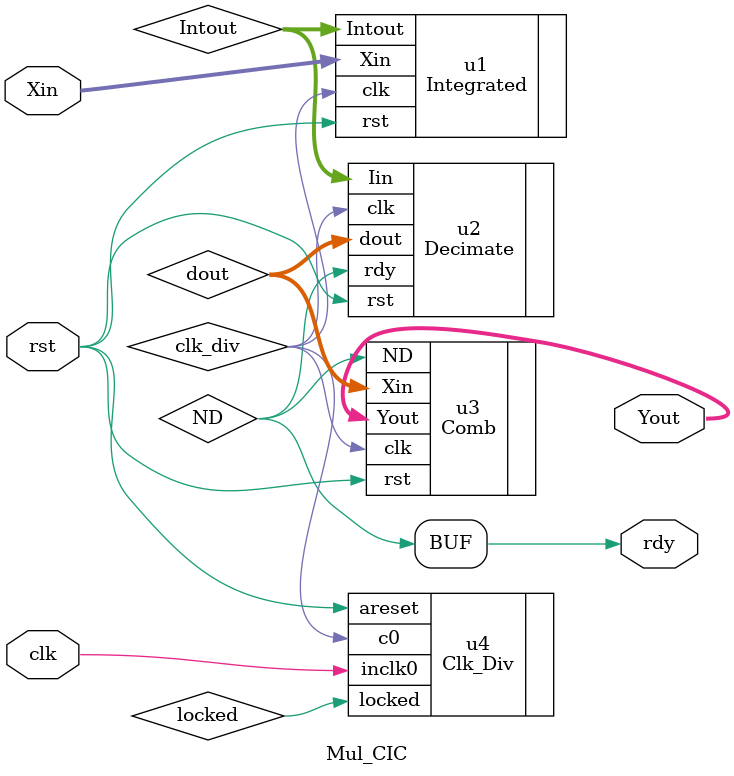
<source format=v>
module Mul_CIC(
	rst,clk,Xin,
	Yout,rdy
);

input	rst;	//复位信号，高电平有效
input	clk;	//FPGA系统时钟，频率为2kHz
input	[1:0]	Xin;	//数据输入频率为2kHz
output	[43:0]	Yout;	//滤波后的输出数据
output 			rdy;	//数据有效指示信号

wire clk_div;
wire locked;
wire ND;	//完成标志
wire signed [43:0] Intout;
wire signed [43:0] dout;
//wire signed [36:0] yt;

//积分器例化
Integrated u1(
	.rst(rst),
	.clk(clk_div),
	.Xin(Xin),
	.Intout(Intout)
);
//抽取例化
Decimate u2(
	.rst(rst),
	.clk(clk_div),
	.Iin(Intout),
	.dout(dout),
	.rdy(ND)
);
//梳状器例化
Comb u3(
	.rst(rst),
	.clk(clk_div),
	.ND(ND),
	.Xin(dout),
	.Yout(Yout)
);
//分频器例化:将实际输入50MHz分频为512KHz
Clk_Div u4(
	.areset(rst),
	.inclk0(clk),
	.c0(clk_div),
	.locked(locked)
);
assign rdy = ND;

endmodule




</source>
